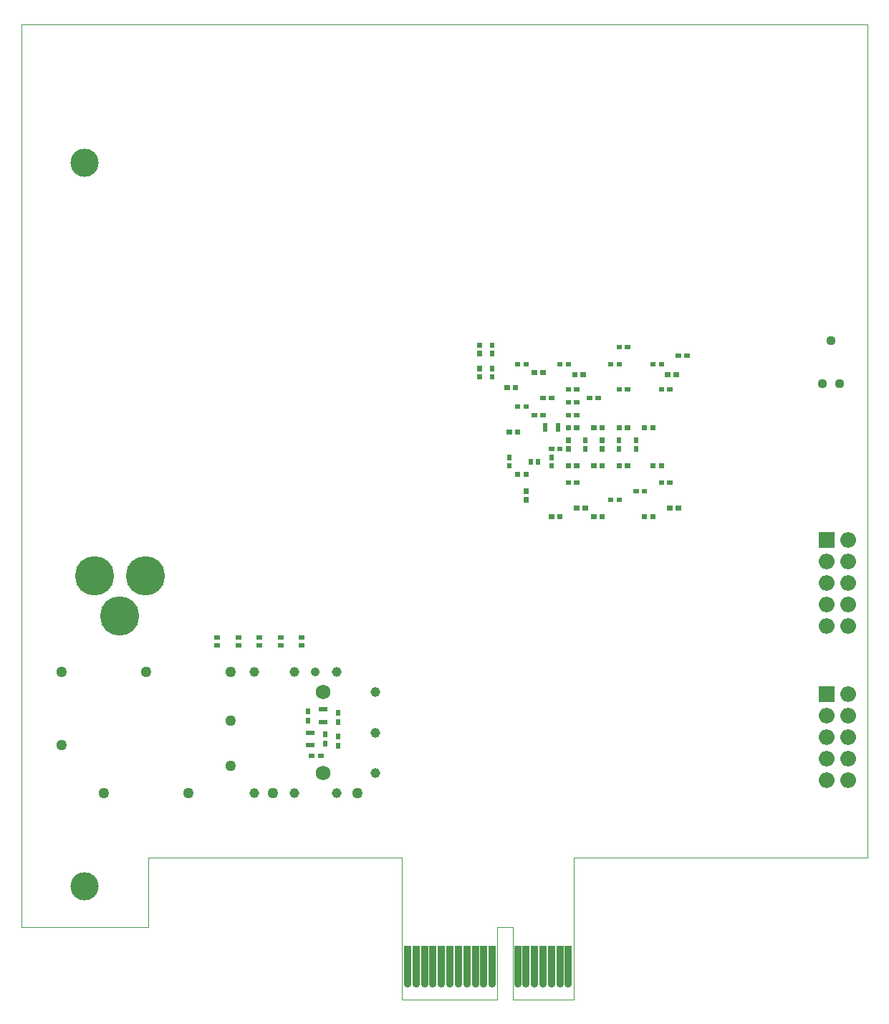
<source format=gbs>
G04 #@! TF.FileFunction,Soldermask,Bot*
%FSLAX46Y46*%
G04 Gerber Fmt 4.6, Leading zero omitted, Abs format (unit mm)*
G04 Created by KiCad (PCBNEW 4.0.1-stable) date Saturday, December 26, 2015 'PMt' 06:59:42 PM*
%MOMM*%
G01*
G04 APERTURE LIST*
%ADD10C,0.100000*%
%ADD11C,0.050000*%
%ADD12R,1.854200X1.854200*%
%ADD13O,1.854200X1.854200*%
%ADD14R,0.427000X0.627000*%
%ADD15C,0.427000*%
%ADD16R,0.427000X0.327000*%
%ADD17C,4.627000*%
%ADD18R,0.827000X4.627000*%
%ADD19O,0.827000X0.627000*%
%ADD20C,3.327000*%
%ADD21C,1.077000*%
%ADD22C,1.177000*%
%ADD23C,1.277000*%
%ADD24R,0.727000X0.527000*%
%ADD25R,0.527000X0.727000*%
%ADD26C,1.727000*%
%ADD27R,1.027000X0.627000*%
%ADD28R,0.627000X1.027000*%
%ADD29R,0.727000X0.627000*%
%ADD30R,0.627000X0.727000*%
%ADD31R,0.627000X0.427000*%
%ADD32R,0.327000X0.427000*%
%ADD33C,1.118000*%
G04 APERTURE END LIST*
D10*
D11*
X107150000Y-138250000D02*
X141850000Y-138250000D01*
X107150000Y-155000000D02*
X107150000Y-138250000D01*
X99950000Y-155000000D02*
X107150000Y-155000000D01*
X99950000Y-146500000D02*
X99950000Y-155000000D01*
X98050000Y-146500000D02*
X99950000Y-146500000D01*
X98050000Y-155000000D02*
X98050000Y-146500000D01*
X86850000Y-155000000D02*
X98050000Y-155000000D01*
X86850000Y-138250000D02*
X86850000Y-155000000D01*
X56850000Y-138250000D02*
X86850000Y-138250000D01*
X56850000Y-146500000D02*
X56850000Y-138250000D01*
X41850000Y-146500000D02*
X56850000Y-146500000D01*
X41850000Y-39850000D02*
X41850000Y-146500000D01*
X141850000Y-39850000D02*
X41850000Y-39850000D01*
X141850000Y-138250000D02*
X141850000Y-39850000D01*
D12*
X137000000Y-100750000D03*
D13*
X139540000Y-100750000D03*
X137000000Y-103290000D03*
X139540000Y-103290000D03*
X137000000Y-105830000D03*
X139540000Y-105830000D03*
X137000000Y-108370000D03*
X139540000Y-108370000D03*
X137000000Y-110910000D03*
X139540000Y-110910000D03*
D12*
X137000000Y-119000000D03*
D13*
X139540000Y-119000000D03*
X137000000Y-121540000D03*
X139540000Y-121540000D03*
X137000000Y-124080000D03*
X139540000Y-124080000D03*
X137000000Y-126620000D03*
X139540000Y-126620000D03*
X137000000Y-129160000D03*
X139540000Y-129160000D03*
D14*
X104500000Y-90000000D03*
X105500000Y-90000000D03*
D15*
X104650000Y-90100000D03*
X104650000Y-89900000D03*
X104350000Y-89900000D03*
X104350000Y-90100000D03*
X105350000Y-90100000D03*
X105350000Y-89900000D03*
X105650000Y-89900000D03*
X105650000Y-90100000D03*
D16*
X105650000Y-90000000D03*
X105350000Y-90000000D03*
X104650000Y-90000000D03*
X104350000Y-90000000D03*
D17*
X56500000Y-105000000D03*
X50500000Y-105000000D03*
X53500000Y-109700000D03*
D18*
X97500000Y-151000000D03*
X102499100Y-151000000D03*
X100500000Y-151000000D03*
X101500000Y-151000000D03*
X96500000Y-151000000D03*
X95500000Y-151000000D03*
X94500000Y-151000000D03*
X93500000Y-151000000D03*
X92500000Y-151000000D03*
X91500000Y-151000000D03*
X90500000Y-151000000D03*
X89500000Y-151000000D03*
X88500000Y-151000000D03*
X87500000Y-151000000D03*
X103500000Y-151000000D03*
X104500000Y-151000000D03*
X105500000Y-151000000D03*
X106500000Y-151000000D03*
D19*
X106500000Y-153250000D03*
X105500000Y-153250000D03*
X104500000Y-153250000D03*
X103500000Y-153250000D03*
X102500000Y-153250000D03*
X101500000Y-153250000D03*
X100500000Y-153250000D03*
X97500000Y-153250000D03*
X96500000Y-153250000D03*
X95500000Y-153250000D03*
X94500000Y-153250000D03*
X93500000Y-153250000D03*
X92500000Y-153250000D03*
X91500000Y-153250000D03*
X90500000Y-153250000D03*
X89500000Y-153250000D03*
X88500000Y-153250000D03*
X87500000Y-153250000D03*
X87500000Y-153250000D03*
D20*
X49350000Y-141650000D03*
X49350000Y-56250000D03*
D21*
X76600000Y-116375000D03*
D22*
X79100000Y-116375000D03*
X74100000Y-116375000D03*
X69400000Y-116375000D03*
X69400000Y-130625000D03*
X79100000Y-130625000D03*
X74100000Y-130625000D03*
X83700000Y-118700000D03*
X83700000Y-123500000D03*
X83700000Y-128300000D03*
D23*
X71600000Y-130625000D03*
X81600000Y-130625000D03*
X66600000Y-116375000D03*
X66600000Y-122055000D03*
X66600000Y-127455000D03*
X56600000Y-116375000D03*
X46600000Y-116375000D03*
X61600000Y-130625000D03*
X51600000Y-130625000D03*
X46600000Y-124955000D03*
D24*
X75000000Y-112300000D03*
X75000000Y-113200000D03*
X65000000Y-112300000D03*
X65000000Y-113200000D03*
X67500000Y-112300000D03*
X67500000Y-113200000D03*
X70000000Y-112300000D03*
X70000000Y-113200000D03*
X72500000Y-112300000D03*
X72500000Y-113200000D03*
D25*
X102950000Y-91500000D03*
X102050000Y-91500000D03*
D26*
X77500000Y-118700000D03*
X77500000Y-128300000D03*
D27*
X77500000Y-120750000D03*
X77500000Y-122250000D03*
X76000000Y-125000000D03*
X76000000Y-123500000D03*
D28*
X103750000Y-87500000D03*
X105250000Y-87500000D03*
D29*
X76150000Y-126250000D03*
X77250000Y-126250000D03*
D30*
X79250000Y-122300000D03*
X79250000Y-121200000D03*
X77750000Y-123700000D03*
X77750000Y-124800000D03*
X79250000Y-123950000D03*
X79250000Y-125050000D03*
X75750000Y-120950000D03*
X75750000Y-122050000D03*
D14*
X106500000Y-86000000D03*
X107500000Y-86000000D03*
D15*
X106650000Y-86100000D03*
X106650000Y-85900000D03*
X106350000Y-85900000D03*
X106350000Y-86100000D03*
X107350000Y-86100000D03*
X107350000Y-85900000D03*
X107650000Y-85900000D03*
X107650000Y-86100000D03*
D16*
X107650000Y-86000000D03*
X107350000Y-86000000D03*
X106650000Y-86000000D03*
X106350000Y-86000000D03*
D14*
X100500000Y-88000000D03*
X99500000Y-88000000D03*
D15*
X100350000Y-87900000D03*
X100350000Y-88100000D03*
X100650000Y-88100000D03*
X100650000Y-87900000D03*
X99650000Y-87900000D03*
X99650000Y-88100000D03*
X99350000Y-88100000D03*
X99350000Y-87900000D03*
D16*
X99350000Y-88000000D03*
X99650000Y-88000000D03*
X100350000Y-88000000D03*
X100650000Y-88000000D03*
D14*
X119500000Y-79000000D03*
X120500000Y-79000000D03*
D15*
X119650000Y-79100000D03*
X119650000Y-78900000D03*
X119350000Y-78900000D03*
X119350000Y-79100000D03*
X120350000Y-79100000D03*
X120350000Y-78900000D03*
X120650000Y-78900000D03*
X120650000Y-79100000D03*
D16*
X120650000Y-79000000D03*
X120350000Y-79000000D03*
X119650000Y-79000000D03*
X119350000Y-79000000D03*
D14*
X117500000Y-94000000D03*
X118500000Y-94000000D03*
D15*
X117650000Y-94100000D03*
X117650000Y-93900000D03*
X117350000Y-93900000D03*
X117350000Y-94100000D03*
X118350000Y-94100000D03*
X118350000Y-93900000D03*
X118650000Y-93900000D03*
X118650000Y-94100000D03*
D16*
X118650000Y-94000000D03*
X118350000Y-94000000D03*
X117650000Y-94000000D03*
X117350000Y-94000000D03*
D31*
X110500000Y-90000000D03*
X110500000Y-89000000D03*
D15*
X110600000Y-89850000D03*
X110400000Y-89850000D03*
X110400000Y-90150000D03*
X110600000Y-90150000D03*
X110600000Y-89150000D03*
X110400000Y-89150000D03*
X110400000Y-88850000D03*
X110600000Y-88850000D03*
D32*
X110500000Y-88850000D03*
X110500000Y-89150000D03*
X110500000Y-89850000D03*
X110500000Y-90150000D03*
D14*
X109500000Y-87500000D03*
X110500000Y-87500000D03*
D15*
X109650000Y-87600000D03*
X109650000Y-87400000D03*
X109350000Y-87400000D03*
X109350000Y-87600000D03*
X110350000Y-87600000D03*
X110350000Y-87400000D03*
X110650000Y-87400000D03*
X110650000Y-87600000D03*
D16*
X110650000Y-87500000D03*
X110350000Y-87500000D03*
X109650000Y-87500000D03*
X109350000Y-87500000D03*
D14*
X106500000Y-87500000D03*
X107500000Y-87500000D03*
D15*
X106650000Y-87600000D03*
X106650000Y-87400000D03*
X106350000Y-87400000D03*
X106350000Y-87600000D03*
X107350000Y-87600000D03*
X107350000Y-87400000D03*
X107650000Y-87400000D03*
X107650000Y-87600000D03*
D16*
X107650000Y-87500000D03*
X107350000Y-87500000D03*
X106650000Y-87500000D03*
X106350000Y-87500000D03*
D31*
X99500000Y-91000000D03*
X99500000Y-92000000D03*
D15*
X99400000Y-91150000D03*
X99600000Y-91150000D03*
X99600000Y-90850000D03*
X99400000Y-90850000D03*
X99400000Y-91850000D03*
X99600000Y-91850000D03*
X99600000Y-92150000D03*
X99400000Y-92150000D03*
D32*
X99500000Y-92150000D03*
X99500000Y-91850000D03*
X99500000Y-91150000D03*
X99500000Y-90850000D03*
D14*
X110000000Y-84000000D03*
X109000000Y-84000000D03*
D15*
X109850000Y-83900000D03*
X109850000Y-84100000D03*
X110150000Y-84100000D03*
X110150000Y-83900000D03*
X109150000Y-83900000D03*
X109150000Y-84100000D03*
X108850000Y-84100000D03*
X108850000Y-83900000D03*
D16*
X108850000Y-84000000D03*
X109150000Y-84000000D03*
X109850000Y-84000000D03*
X110150000Y-84000000D03*
D14*
X110500000Y-98000000D03*
X109500000Y-98000000D03*
D15*
X110350000Y-97900000D03*
X110350000Y-98100000D03*
X110650000Y-98100000D03*
X110650000Y-97900000D03*
X109650000Y-97900000D03*
X109650000Y-98100000D03*
X109350000Y-98100000D03*
X109350000Y-97900000D03*
D16*
X109350000Y-98000000D03*
X109650000Y-98000000D03*
X110350000Y-98000000D03*
X110650000Y-98000000D03*
D14*
X103500000Y-86000000D03*
X102500000Y-86000000D03*
D15*
X103350000Y-85900000D03*
X103350000Y-86100000D03*
X103650000Y-86100000D03*
X103650000Y-85900000D03*
X102650000Y-85900000D03*
X102650000Y-86100000D03*
X102350000Y-86100000D03*
X102350000Y-85900000D03*
D16*
X102350000Y-86000000D03*
X102650000Y-86000000D03*
X103350000Y-86000000D03*
X103650000Y-86000000D03*
D31*
X101500000Y-95000000D03*
X101500000Y-96000000D03*
D15*
X101400000Y-95150000D03*
X101600000Y-95150000D03*
X101600000Y-94850000D03*
X101400000Y-94850000D03*
X101400000Y-95850000D03*
X101600000Y-95850000D03*
X101600000Y-96150000D03*
X101400000Y-96150000D03*
D32*
X101500000Y-96150000D03*
X101500000Y-95850000D03*
X101500000Y-95150000D03*
X101500000Y-94850000D03*
D14*
X100500000Y-85000000D03*
X101500000Y-85000000D03*
D15*
X100650000Y-85100000D03*
X100650000Y-84900000D03*
X100350000Y-84900000D03*
X100350000Y-85100000D03*
X101350000Y-85100000D03*
X101350000Y-84900000D03*
X101650000Y-84900000D03*
X101650000Y-85100000D03*
D16*
X101650000Y-85000000D03*
X101350000Y-85000000D03*
X100650000Y-85000000D03*
X100350000Y-85000000D03*
D14*
X118500000Y-97000000D03*
X119500000Y-97000000D03*
D15*
X118650000Y-97100000D03*
X118650000Y-96900000D03*
X118350000Y-96900000D03*
X118350000Y-97100000D03*
X119350000Y-97100000D03*
X119350000Y-96900000D03*
X119650000Y-96900000D03*
X119650000Y-97100000D03*
D16*
X119650000Y-97000000D03*
X119350000Y-97000000D03*
X118650000Y-97000000D03*
X118350000Y-97000000D03*
D14*
X104500000Y-98000000D03*
X105500000Y-98000000D03*
D15*
X104650000Y-98100000D03*
X104650000Y-97900000D03*
X104350000Y-97900000D03*
X104350000Y-98100000D03*
X105350000Y-98100000D03*
X105350000Y-97900000D03*
X105650000Y-97900000D03*
X105650000Y-98100000D03*
D16*
X105650000Y-98000000D03*
X105350000Y-98000000D03*
X104650000Y-98000000D03*
X104350000Y-98000000D03*
D14*
X107500000Y-97000000D03*
X108500000Y-97000000D03*
D15*
X107650000Y-97100000D03*
X107650000Y-96900000D03*
X107350000Y-96900000D03*
X107350000Y-97100000D03*
X108350000Y-97100000D03*
X108350000Y-96900000D03*
X108650000Y-96900000D03*
X108650000Y-97100000D03*
D16*
X108650000Y-97000000D03*
X108350000Y-97000000D03*
X107650000Y-97000000D03*
X107350000Y-97000000D03*
D14*
X114500000Y-95000000D03*
X115500000Y-95000000D03*
D15*
X114650000Y-95100000D03*
X114650000Y-94900000D03*
X114350000Y-94900000D03*
X114350000Y-95100000D03*
X115350000Y-95100000D03*
X115350000Y-94900000D03*
X115650000Y-94900000D03*
X115650000Y-95100000D03*
D16*
X115650000Y-95000000D03*
X115350000Y-95000000D03*
X114650000Y-95000000D03*
X114350000Y-95000000D03*
D14*
X112500000Y-87500000D03*
X113500000Y-87500000D03*
D15*
X112650000Y-87600000D03*
X112650000Y-87400000D03*
X112350000Y-87400000D03*
X112350000Y-87600000D03*
X113350000Y-87600000D03*
X113350000Y-87400000D03*
X113650000Y-87400000D03*
X113650000Y-87600000D03*
D16*
X113650000Y-87500000D03*
X113350000Y-87500000D03*
X112650000Y-87500000D03*
X112350000Y-87500000D03*
D14*
X106500000Y-83000000D03*
X107500000Y-83000000D03*
D15*
X106650000Y-83100000D03*
X106650000Y-82900000D03*
X106350000Y-82900000D03*
X106350000Y-83100000D03*
X107350000Y-83100000D03*
X107350000Y-82900000D03*
X107650000Y-82900000D03*
X107650000Y-83100000D03*
D16*
X107650000Y-83000000D03*
X107350000Y-83000000D03*
X106650000Y-83000000D03*
X106350000Y-83000000D03*
D14*
X101500000Y-80000000D03*
X100500000Y-80000000D03*
D15*
X101350000Y-79900000D03*
X101350000Y-80100000D03*
X101650000Y-80100000D03*
X101650000Y-79900000D03*
X100650000Y-79900000D03*
X100650000Y-80100000D03*
X100350000Y-80100000D03*
X100350000Y-79900000D03*
D16*
X100350000Y-80000000D03*
X100650000Y-80000000D03*
X101350000Y-80000000D03*
X101650000Y-80000000D03*
D14*
X112500000Y-80000000D03*
X111500000Y-80000000D03*
D15*
X112350000Y-79900000D03*
X112350000Y-80100000D03*
X112650000Y-80100000D03*
X112650000Y-79900000D03*
X111650000Y-79900000D03*
X111650000Y-80100000D03*
X111350000Y-80100000D03*
X111350000Y-79900000D03*
D16*
X111350000Y-80000000D03*
X111650000Y-80000000D03*
X112350000Y-80000000D03*
X112650000Y-80000000D03*
D31*
X114500000Y-89000000D03*
X114500000Y-90000000D03*
D15*
X114400000Y-89150000D03*
X114600000Y-89150000D03*
X114600000Y-88850000D03*
X114400000Y-88850000D03*
X114400000Y-89850000D03*
X114600000Y-89850000D03*
X114600000Y-90150000D03*
X114400000Y-90150000D03*
D32*
X114500000Y-90150000D03*
X114500000Y-89850000D03*
X114500000Y-89150000D03*
X114500000Y-88850000D03*
D14*
X103500000Y-84000000D03*
X104500000Y-84000000D03*
D15*
X103650000Y-84100000D03*
X103650000Y-83900000D03*
X103350000Y-83900000D03*
X103350000Y-84100000D03*
X104350000Y-84100000D03*
X104350000Y-83900000D03*
X104650000Y-83900000D03*
X104650000Y-84100000D03*
D16*
X104650000Y-84000000D03*
X104350000Y-84000000D03*
X103650000Y-84000000D03*
X103350000Y-84000000D03*
D14*
X112500000Y-78000000D03*
X113500000Y-78000000D03*
D15*
X112650000Y-78100000D03*
X112650000Y-77900000D03*
X112350000Y-77900000D03*
X112350000Y-78100000D03*
X113350000Y-78100000D03*
X113350000Y-77900000D03*
X113650000Y-77900000D03*
X113650000Y-78100000D03*
D16*
X113650000Y-78000000D03*
X113350000Y-78000000D03*
X112650000Y-78000000D03*
X112350000Y-78000000D03*
D14*
X113500000Y-83000000D03*
X112500000Y-83000000D03*
D15*
X113350000Y-82900000D03*
X113350000Y-83100000D03*
X113650000Y-83100000D03*
X113650000Y-82900000D03*
X112650000Y-82900000D03*
X112650000Y-83100000D03*
X112350000Y-83100000D03*
X112350000Y-82900000D03*
D16*
X112350000Y-83000000D03*
X112650000Y-83000000D03*
X113350000Y-83000000D03*
X113650000Y-83000000D03*
D14*
X101500000Y-93000000D03*
X100500000Y-93000000D03*
D15*
X101350000Y-92900000D03*
X101350000Y-93100000D03*
X101650000Y-93100000D03*
X101650000Y-92900000D03*
X100650000Y-92900000D03*
X100650000Y-93100000D03*
X100350000Y-93100000D03*
X100350000Y-92900000D03*
D16*
X100350000Y-93000000D03*
X100650000Y-93000000D03*
X101350000Y-93000000D03*
X101650000Y-93000000D03*
D14*
X107500000Y-92000000D03*
X106500000Y-92000000D03*
D15*
X107350000Y-91900000D03*
X107350000Y-92100000D03*
X107650000Y-92100000D03*
X107650000Y-91900000D03*
X106650000Y-91900000D03*
X106650000Y-92100000D03*
X106350000Y-92100000D03*
X106350000Y-91900000D03*
D16*
X106350000Y-92000000D03*
X106650000Y-92000000D03*
X107350000Y-92000000D03*
X107650000Y-92000000D03*
D14*
X115500000Y-87500000D03*
X116500000Y-87500000D03*
D15*
X115650000Y-87600000D03*
X115650000Y-87400000D03*
X115350000Y-87400000D03*
X115350000Y-87600000D03*
X116350000Y-87600000D03*
X116350000Y-87400000D03*
X116650000Y-87400000D03*
X116650000Y-87600000D03*
D16*
X116650000Y-87500000D03*
X116350000Y-87500000D03*
X115650000Y-87500000D03*
X115350000Y-87500000D03*
D31*
X112500000Y-89000000D03*
X112500000Y-90000000D03*
D15*
X112400000Y-89150000D03*
X112600000Y-89150000D03*
X112600000Y-88850000D03*
X112400000Y-88850000D03*
X112400000Y-89850000D03*
X112600000Y-89850000D03*
X112600000Y-90150000D03*
X112400000Y-90150000D03*
D32*
X112500000Y-90150000D03*
X112500000Y-89850000D03*
X112500000Y-89150000D03*
X112500000Y-88850000D03*
D31*
X104500000Y-92000000D03*
X104500000Y-91000000D03*
D15*
X104600000Y-91850000D03*
X104400000Y-91850000D03*
X104400000Y-92150000D03*
X104600000Y-92150000D03*
X104600000Y-91150000D03*
X104400000Y-91150000D03*
X104400000Y-90850000D03*
X104600000Y-90850000D03*
D32*
X104500000Y-90850000D03*
X104500000Y-91150000D03*
X104500000Y-91850000D03*
X104500000Y-92150000D03*
D31*
X106500000Y-90000000D03*
X106500000Y-89000000D03*
D15*
X106600000Y-89850000D03*
X106400000Y-89850000D03*
X106400000Y-90150000D03*
X106600000Y-90150000D03*
X106600000Y-89150000D03*
X106400000Y-89150000D03*
X106400000Y-88850000D03*
X106600000Y-88850000D03*
D32*
X106500000Y-88850000D03*
X106500000Y-89150000D03*
X106500000Y-89850000D03*
X106500000Y-90150000D03*
D14*
X102500000Y-81000000D03*
X103500000Y-81000000D03*
D15*
X102650000Y-81100000D03*
X102650000Y-80900000D03*
X102350000Y-80900000D03*
X102350000Y-81100000D03*
X103350000Y-81100000D03*
X103350000Y-80900000D03*
X103650000Y-80900000D03*
X103650000Y-81100000D03*
D16*
X103650000Y-81000000D03*
X103350000Y-81000000D03*
X102650000Y-81000000D03*
X102350000Y-81000000D03*
D14*
X115500000Y-98000000D03*
X116500000Y-98000000D03*
D15*
X115650000Y-98100000D03*
X115650000Y-97900000D03*
X115350000Y-97900000D03*
X115350000Y-98100000D03*
X116350000Y-98100000D03*
X116350000Y-97900000D03*
X116650000Y-97900000D03*
X116650000Y-98100000D03*
D16*
X116650000Y-98000000D03*
X116350000Y-98000000D03*
X115650000Y-98000000D03*
X115350000Y-98000000D03*
D14*
X113500000Y-92000000D03*
X112500000Y-92000000D03*
D15*
X113350000Y-91900000D03*
X113350000Y-92100000D03*
X113650000Y-92100000D03*
X113650000Y-91900000D03*
X112650000Y-91900000D03*
X112650000Y-92100000D03*
X112350000Y-92100000D03*
X112350000Y-91900000D03*
D16*
X112350000Y-92000000D03*
X112650000Y-92000000D03*
X113350000Y-92000000D03*
X113650000Y-92000000D03*
D14*
X106500000Y-84500000D03*
X107500000Y-84500000D03*
D15*
X106650000Y-84600000D03*
X106650000Y-84400000D03*
X106350000Y-84400000D03*
X106350000Y-84600000D03*
X107350000Y-84600000D03*
X107350000Y-84400000D03*
X107650000Y-84400000D03*
X107650000Y-84600000D03*
D16*
X107650000Y-84500000D03*
X107350000Y-84500000D03*
X106650000Y-84500000D03*
X106350000Y-84500000D03*
D14*
X117500000Y-83000000D03*
X118500000Y-83000000D03*
D15*
X117650000Y-83100000D03*
X117650000Y-82900000D03*
X117350000Y-82900000D03*
X117350000Y-83100000D03*
X118350000Y-83100000D03*
X118350000Y-82900000D03*
X118650000Y-82900000D03*
X118650000Y-83100000D03*
D16*
X118650000Y-83000000D03*
X118350000Y-83000000D03*
X117650000Y-83000000D03*
X117350000Y-83000000D03*
D14*
X109500000Y-92000000D03*
X110500000Y-92000000D03*
D15*
X109650000Y-92100000D03*
X109650000Y-91900000D03*
X109350000Y-91900000D03*
X109350000Y-92100000D03*
X110350000Y-92100000D03*
X110350000Y-91900000D03*
X110650000Y-91900000D03*
X110650000Y-92100000D03*
D16*
X110650000Y-92000000D03*
X110350000Y-92000000D03*
X109650000Y-92000000D03*
X109350000Y-92000000D03*
D14*
X105500000Y-80000000D03*
X106500000Y-80000000D03*
D15*
X105650000Y-80100000D03*
X105650000Y-79900000D03*
X105350000Y-79900000D03*
X105350000Y-80100000D03*
X106350000Y-80100000D03*
X106350000Y-79900000D03*
X106650000Y-79900000D03*
X106650000Y-80100000D03*
D16*
X106650000Y-80000000D03*
X106350000Y-80000000D03*
X105650000Y-80000000D03*
X105350000Y-80000000D03*
D14*
X116500000Y-92000000D03*
X117500000Y-92000000D03*
D15*
X116650000Y-92100000D03*
X116650000Y-91900000D03*
X116350000Y-91900000D03*
X116350000Y-92100000D03*
X117350000Y-92100000D03*
X117350000Y-91900000D03*
X117650000Y-91900000D03*
X117650000Y-92100000D03*
D16*
X117650000Y-92000000D03*
X117350000Y-92000000D03*
X116650000Y-92000000D03*
X116350000Y-92000000D03*
D31*
X97500000Y-80500000D03*
X97500000Y-81500000D03*
D15*
X97400000Y-80650000D03*
X97600000Y-80650000D03*
X97600000Y-80350000D03*
X97400000Y-80350000D03*
X97400000Y-81350000D03*
X97600000Y-81350000D03*
X97600000Y-81650000D03*
X97400000Y-81650000D03*
D32*
X97500000Y-81650000D03*
X97500000Y-81350000D03*
X97500000Y-80650000D03*
X97500000Y-80350000D03*
D31*
X108500000Y-89000000D03*
X108500000Y-90000000D03*
D15*
X108400000Y-89150000D03*
X108600000Y-89150000D03*
X108600000Y-88850000D03*
X108400000Y-88850000D03*
X108400000Y-89850000D03*
X108600000Y-89850000D03*
X108600000Y-90150000D03*
X108400000Y-90150000D03*
D32*
X108500000Y-90150000D03*
X108500000Y-89850000D03*
X108500000Y-89150000D03*
X108500000Y-88850000D03*
D14*
X116500000Y-80000000D03*
X117500000Y-80000000D03*
D15*
X116650000Y-80100000D03*
X116650000Y-79900000D03*
X116350000Y-79900000D03*
X116350000Y-80100000D03*
X117350000Y-80100000D03*
X117350000Y-79900000D03*
X117650000Y-79900000D03*
X117650000Y-80100000D03*
D16*
X117650000Y-80000000D03*
X117350000Y-80000000D03*
X116650000Y-80000000D03*
X116350000Y-80000000D03*
D14*
X108250000Y-81250000D03*
X107250000Y-81250000D03*
D15*
X108100000Y-81150000D03*
X108100000Y-81350000D03*
X108400000Y-81350000D03*
X108400000Y-81150000D03*
X107400000Y-81150000D03*
X107400000Y-81350000D03*
X107100000Y-81350000D03*
X107100000Y-81150000D03*
D16*
X107100000Y-81250000D03*
X107400000Y-81250000D03*
X108100000Y-81250000D03*
X108400000Y-81250000D03*
D31*
X96000000Y-77750000D03*
X96000000Y-78750000D03*
D15*
X95900000Y-77900000D03*
X96100000Y-77900000D03*
X96100000Y-77600000D03*
X95900000Y-77600000D03*
X95900000Y-78600000D03*
X96100000Y-78600000D03*
X96100000Y-78900000D03*
X95900000Y-78900000D03*
D32*
X96000000Y-78900000D03*
X96000000Y-78600000D03*
X96000000Y-77900000D03*
X96000000Y-77600000D03*
D14*
X106500000Y-94000000D03*
X107500000Y-94000000D03*
D15*
X106650000Y-94100000D03*
X106650000Y-93900000D03*
X106350000Y-93900000D03*
X106350000Y-94100000D03*
X107350000Y-94100000D03*
X107350000Y-93900000D03*
X107650000Y-93900000D03*
X107650000Y-94100000D03*
D16*
X107650000Y-94000000D03*
X107350000Y-94000000D03*
X106650000Y-94000000D03*
X106350000Y-94000000D03*
D14*
X99250000Y-82750000D03*
X100250000Y-82750000D03*
D15*
X99400000Y-82850000D03*
X99400000Y-82650000D03*
X99100000Y-82650000D03*
X99100000Y-82850000D03*
X100100000Y-82850000D03*
X100100000Y-82650000D03*
X100400000Y-82650000D03*
X100400000Y-82850000D03*
D16*
X100400000Y-82750000D03*
X100100000Y-82750000D03*
X99400000Y-82750000D03*
X99100000Y-82750000D03*
D31*
X96000000Y-80500000D03*
X96000000Y-81500000D03*
D15*
X95900000Y-80650000D03*
X96100000Y-80650000D03*
X96100000Y-80350000D03*
X95900000Y-80350000D03*
X95900000Y-81350000D03*
X96100000Y-81350000D03*
X96100000Y-81650000D03*
X95900000Y-81650000D03*
D32*
X96000000Y-81650000D03*
X96000000Y-81350000D03*
X96000000Y-80650000D03*
X96000000Y-80350000D03*
D14*
X111500000Y-96000000D03*
X112500000Y-96000000D03*
D15*
X111650000Y-96100000D03*
X111650000Y-95900000D03*
X111350000Y-95900000D03*
X111350000Y-96100000D03*
X112350000Y-96100000D03*
X112350000Y-95900000D03*
X112650000Y-95900000D03*
X112650000Y-96100000D03*
D16*
X112650000Y-96000000D03*
X112350000Y-96000000D03*
X111650000Y-96000000D03*
X111350000Y-96000000D03*
D31*
X97500000Y-77750000D03*
X97500000Y-78750000D03*
D15*
X97400000Y-77900000D03*
X97600000Y-77900000D03*
X97600000Y-77600000D03*
X97400000Y-77600000D03*
X97400000Y-78600000D03*
X97600000Y-78600000D03*
X97600000Y-78900000D03*
X97400000Y-78900000D03*
D32*
X97500000Y-78900000D03*
X97500000Y-78600000D03*
X97500000Y-77900000D03*
X97500000Y-77600000D03*
D14*
X119250000Y-81250000D03*
X118250000Y-81250000D03*
D15*
X119100000Y-81150000D03*
X119100000Y-81350000D03*
X119400000Y-81350000D03*
X119400000Y-81150000D03*
X118400000Y-81150000D03*
X118400000Y-81350000D03*
X118100000Y-81350000D03*
X118100000Y-81150000D03*
D16*
X118100000Y-81250000D03*
X118400000Y-81250000D03*
X119100000Y-81250000D03*
X119400000Y-81250000D03*
D33*
X138516000Y-82290000D03*
X136484000Y-82290000D03*
X137500000Y-77210000D03*
M02*

</source>
